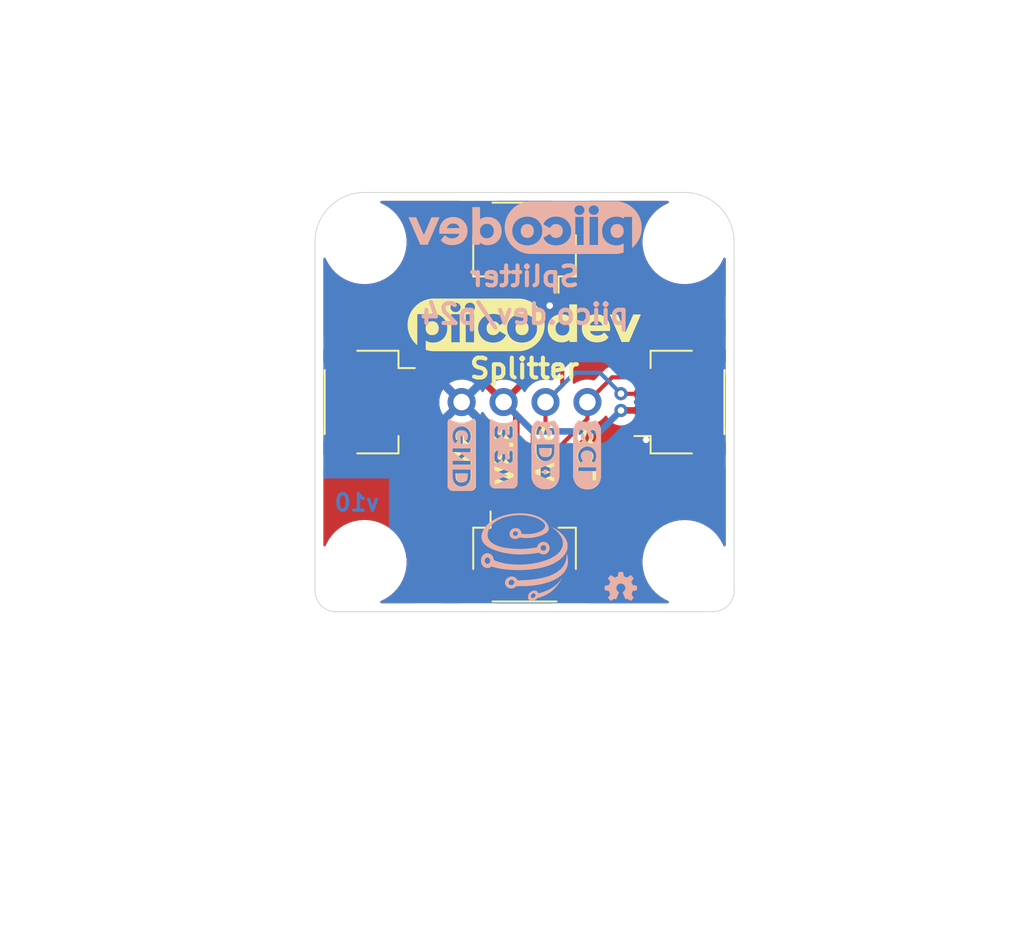
<source format=kicad_pcb>
(kicad_pcb (version 20211014) (generator pcbnew)
  (layers (0 "F.Cu" signal) (31 "B.Cu" signal) (34 "B.Paste" user) (35 "F.Paste" user) (36 "B.SilkS" user "B.Silkscreen") (37 "F.SilkS" user "F.Silkscreen") (38 "B.Mask" user) (39 "F.Mask" user) (44 "Edge.Cuts" user))
  (net 0 "")
  (net 1 "Net-(J1-Pad3)")
  (net 2 "Net-(J1-Pad4)")
  (net 3 "GND")
  (net 4 "+3V3")
  (footprint "Connector_JST:JST_SH_SM04B-SRSS-TB_1x04-1MP_P1.00mm_Horizontal" (layer "F.Cu") (at 106.7054 101.346 90)
    (fp_text reference "J2" hide)
    (fp_text value "PiicoDev" hide)
    (pad "1" smd roundrect locked (at -1.5 -2 90) (size 0.6 1.55) (layers "F.Cu" "F.Paste" "F.Mask") (net 3 "GND"))
    (pad "2" smd roundrect locked (at -0.5 -2 90) (size 0.6 1.55) (layers "F.Cu" "F.Paste" "F.Mask") (net 4 "+3V3"))
    (pad "3" smd roundrect locked (at 0.5 -2 90) (size 0.6 1.55) (layers "F.Cu" "F.Paste" "F.Mask") (net 1 "Net-(J1-Pad3)"))
    (pad "4" smd roundrect locked (at 1.5 -2 90) (size 0.6 1.55) (layers "F.Cu" "F.Paste" "F.Mask") (net 2 "Net-(J1-Pad4)"))
    (pad "MP" smd roundrect locked (at 2.8 1.875 90) (size 1.2 1.8) (layers "F.Cu" "F.Paste" "F.Mask") (roundrect_rratio 0.208333))
    (pad "MP" smd roundrect locked (at -2.8 1.875 90) (size 1.2 1.8) (layers "F.Cu" "F.Paste" "F.Mask") (roundrect_rratio 0.208333))
  )
  (footprint "CoreElectronics_Components:MountingHole_2.7mm_M2.5_PadClearance_1.2" (layer "F.Cu") (at 87.582 91.646)
    (fp_text reference "H1" hide)
    (fp_text value "MountingHole")
    (pad "" np_thru_hole circle locked (at 0 0) (size 2.7 2.7) (drill 2.7) (layers *.Cu *.Mask))
  )
  (footprint "Fiducial:Fiducial_1mm_Mask2mm" (layer "F.Cu") (at 91.44 112.776)
    (fp_text reference "FID1" hide)
    (fp_text value "Fiducial")
    (pad "" smd circle locked (at 0 0) (size 1 1) (layers "F.Cu" "F.Mask") (clearance 0.5))
  )
  (footprint "CoreElectronics_Components:MountingHole_2.7mm_M2.5_PadClearance_1.2" (layer "F.Cu") (at 106.982 91.646)
    (fp_text reference "H2" hide)
    (fp_text value "MountingHole")
    (pad "" np_thru_hole circle locked (at 0 0) (size 2.7 2.7) (drill 2.7) (layers *.Cu *.Mask))
  )
  (footprint "Fiducial:Fiducial_1mm_Mask2mm" (layer "F.Cu") (at 108.585 95.631)
    (fp_text reference "FID2" hide)
    (fp_text value "Fiducial")
    (pad "" smd circle locked (at 0 0) (size 1 1) (layers "F.Cu" "F.Mask") (clearance 0.5))
  )
  (footprint "CoreElectronics_Components:PiicoDev_header_4pin" (layer "F.Cu") (at 93.472 101.346 90)
    (fp_text reference "J5")
    (fp_text value "Breakout")
    (pad "1" thru_hole circle locked (at 0 0 90) (size 1.7 1.7) (drill 1) (layers *.Cu *.Mask) (net 3 "GND"))
    (pad "2" thru_hole oval locked (at 0 2.54 90) (size 1.7 1.7) (drill 1) (layers *.Cu *.Mask) (net 4 "+3V3"))
    (pad "3" thru_hole oval locked (at 0 5.08 90) (size 1.7 1.7) (drill 1) (layers *.Cu *.Mask) (net 1 "Net-(J1-Pad3)"))
    (pad "4" thru_hole oval locked (at 0 7.62 90) (size 1.7 1.7) (drill 1) (layers *.Cu *.Mask) (net 2 "Net-(J1-Pad4)"))
  )
  (footprint "Connector_JST:JST_SH_SM04B-SRSS-TB_1x04-1MP_P1.00mm_Horizontal" (layer "F.Cu") (at 87.8586 101.346 -90)
    (fp_text reference "J1" hide)
    (fp_text value "PiicoDev" hide)
    (pad "1" smd roundrect locked (at -1.5 -2 270) (size 0.6 1.55) (layers "F.Cu" "F.Paste" "F.Mask") (net 3 "GND"))
    (pad "2" smd roundrect locked (at -0.5 -2 270) (size 0.6 1.55) (layers "F.Cu" "F.Paste" "F.Mask") (net 4 "+3V3"))
    (pad "3" smd roundrect locked (at 0.5 -2 270) (size 0.6 1.55) (layers "F.Cu" "F.Paste" "F.Mask") (net 1 "Net-(J1-Pad3)"))
    (pad "4" smd roundrect locked (at 1.5 -2 270) (size 0.6 1.55) (layers "F.Cu" "F.Paste" "F.Mask") (net 2 "Net-(J1-Pad4)"))
    (pad "MP" smd roundrect locked (at 2.8 1.875 270) (size 1.2 1.8) (layers "F.Cu" "F.Paste" "F.Mask") (roundrect_rratio 0.208333))
    (pad "MP" smd roundrect locked (at -2.8 1.875 270) (size 1.2 1.8) (layers "F.Cu" "F.Paste" "F.Mask") (roundrect_rratio 0.208333))
  )
  (footprint "CoreElectronics_Artwork:piicodev_logo_14.2x3.4mm" (layer "F.Cu") (at 97.282 96.774)
    (fp_text reference "G1" hide)
    (fp_text value "LOGO_PiicoDev" hide)
  )
  (footprint "Connector_JST:JST_SH_SM04B-SRSS-TB_1x04-1MP_P1.00mm_Horizontal" (layer "F.Cu") (at 97.282 91.948 180)
    (fp_text reference "J4" hide)
    (fp_text value "PiicoDev" hide)
    (pad "1" smd roundrect locked (at -1.5 -2 180) (size 0.6 1.55) (layers "F.Cu" "F.Paste" "F.Mask") (net 3 "GND"))
    (pad "2" smd roundrect locked (at -0.5 -2 180) (size 0.6 1.55) (layers "F.Cu" "F.Paste" "F.Mask") (net 4 "+3V3"))
    (pad "3" smd roundrect locked (at 0.5 -2 180) (size 0.6 1.55) (layers "F.Cu" "F.Paste" "F.Mask") (net 1 "Net-(J1-Pad3)"))
    (pad "4" smd roundrect locked (at 1.5 -2 180) (size 0.6 1.55) (layers "F.Cu" "F.Paste" "F.Mask") (net 2 "Net-(J1-Pad4)"))
    (pad "MP" smd roundrect locked (at -2.8 1.875 180) (size 1.2 1.8) (layers "F.Cu" "F.Paste" "F.Mask") (roundrect_rratio 0.208333))
    (pad "MP" smd roundrect locked (at 2.8 1.875 180) (size 1.2 1.8) (layers "F.Cu" "F.Paste" "F.Mask") (roundrect_rratio 0.208333))
  )
  (footprint "CoreElectronics_Components:MountingHole_2.7mm_M2.5_PadClearance_1.2" (layer "F.Cu") (at 106.982 111.046)
    (fp_text reference "H4" hide)
    (fp_text value "MountingHole")
    (pad "" np_thru_hole circle locked (at 0 0) (size 2.7 2.7) (drill 2.7) (layers *.Cu *.Mask))
  )
  (footprint "Connector_JST:JST_SH_SM04B-SRSS-TB_1x04-1MP_P1.00mm_Horizontal" (layer "F.Cu") (at 97.282 110.744)
    (fp_text reference "J3" hide)
    (fp_text value "PiicoDev" hide)
    (pad "1" smd roundrect locked (at -1.5 -2) (size 0.6 1.55) (layers "F.Cu" "F.Paste" "F.Mask") (net 3 "GND"))
    (pad "2" smd roundrect locked (at -0.5 -2) (size 0.6 1.55) (layers "F.Cu" "F.Paste" "F.Mask") (net 4 "+3V3"))
    (pad "3" smd roundrect locked (at 0.5 -2) (size 0.6 1.55) (layers "F.Cu" "F.Paste" "F.Mask") (net 1 "Net-(J1-Pad3)"))
    (pad "4" smd roundrect locked (at 1.5 -2) (size 0.6 1.55) (layers "F.Cu" "F.Paste" "F.Mask") (net 2 "Net-(J1-Pad4)"))
    (pad "MP" smd roundrect locked (at 2.8 1.875) (size 1.2 1.8) (layers "F.Cu" "F.Paste" "F.Mask") (roundrect_rratio 0.208333))
    (pad "MP" smd roundrect locked (at -2.8 1.875) (size 1.2 1.8) (layers "F.Cu" "F.Paste" "F.Mask") (roundrect_rratio 0.208333))
  )
  (footprint "CoreElectronics_Components:MountingHole_2.7mm_M2.5_PadClearance_1.2" (layer "F.Cu") (at 87.582 111.046)
    (fp_text reference "H3" hide)
    (fp_text value "MountingHole")
    (pad "" np_thru_hole circle locked (at 0 0) (size 2.7 2.7) (drill 2.7) (layers *.Cu *.Mask))
  )
  (footprint "CoreElectronics_Artwork:piicodev_logo_14.2x3.4mm" (layer "B.Cu") (at 97.297953 90.8812 180)
    (fp_text reference "G3" hide)
    (fp_text value "LOGO_made-with-love" hide)
  )
  (footprint "CoreElectronics_Artwork:oshw" (layer "B.Cu") (at 103.124 112.522 180)
    (fp_text reference "LOGO1" hide)
    (fp_text value "Logo_Open_Hardware_Small" hide)
  )
  (footprint "CoreElectronics_Artwork:CoreElectronics_logo_5mm" (layer "B.Cu") (at 97.282 110.744 180)
    (fp_text reference "G2" hide)
    (fp_text value "LOGO_CoreElectronics_no-text" hide)
  )
  (gr_arc (start 109.982 112.776) (mid 109.610026 113.674026) (end 108.712 114.046) (layer "Edge.Cuts") (width 0.05))
  (gr_arc (start 85.852 114.046) (mid 84.953974 113.674026) (end 84.582 112.776) (layer "Edge.Cuts") (width 0.05))
  (gr_line (start 108.712 114.046) (end 85.852 114.046) (layer "Edge.Cuts") (width 0.05))
  (gr_line (start 109.982 91.646) (end 109.982 112.776) (layer "Edge.Cuts") (width 0.05))
  (gr_line (start 87.582 88.646) (end 106.982 88.646) (layer "Edge.Cuts") (width 0.05))
  (gr_line (start 84.582 112.776) (end 84.582 91.646) (layer "Edge.Cuts") (width 0.05))
  (gr_arc (start 106.982 88.646) (mid 109.10332 89.52468) (end 109.982 91.646) (layer "Edge.Cuts") (width 0.05))
  (gr_arc (start 84.582 91.646) (mid 85.46068 89.52468) (end 87.582 88.646) (layer "Edge.Cuts") (width 0.05))
  (gr_text "v10" (at 87.122 107.442) (layer "B.Cu") (effects (font (size 1 1) (thickness 0.2)) (justify mirror)))
  (gr_text "piico.dev/p24" (at 97.282 96.012) (layer "B.SilkS") (effects (font (size 1.2 1.2) (thickness 0.25)) (justify mirror)))
  (gr_text "Splitter" (at 97.282 93.726) (layer "B.SilkS") (effects (font (size 1.2 1.2) (thickness 0.25)) (justify mirror)))
  (gr_text "Splitter" (at 97.282 99.314) (layer "F.SilkS") (effects (font (size 1.2 1.2) (thickness 0.25))))
  (segment (start 98.552 102.616) (end 98.552 101.346) (width 0.25) (layer "F.Cu") (net 1))
  (segment (start 94.742 110.236) (end 97.536 110.236) (width 0.25) (layer "F.Cu") (net 1))
  (segment (start 91.432 101.846) (end 94.488 104.902) (width 0.25) (layer "F.Cu") (net 1))
  (segment (start 97.536 110.236) (end 97.782 109.99) (width 0.25) (layer "F.Cu") (net 1))
  (segment (start 103.132 100.846) (end 104.7054 100.846) (width 0.25) (layer "F.Cu") (net 1))
  (segment (start 98.552 101.346) (end 99.568 100.33) (width 0.25) (layer "F.Cu") (net 1))
  (segment (start 97.282 92.456) (end 96.782 92.956) (width 0.25) (layer "F.Cu") (net 1))
  (segment (start 99.568 100.33) (end 99.568 92.71) (width 0.25) (layer "F.Cu") (net 1))
  (segment (start 99.568 92.71) (end 99.314 92.456) (width 0.25) (layer "F.Cu") (net 1))
  (segment (start 97.782 103.386) (end 98.552 102.616) (width 0.25) (layer "F.Cu") (net 1))
  (segment (start 99.314 92.456) (end 97.282 92.456) (width 0.25) (layer "F.Cu") (net 1))
  (segment (start 94.488 104.902) (end 94.488 109.982) (width 0.25) (layer "F.Cu") (net 1))
  (segment (start 103.124 100.838) (end 103.132 100.846) (width 0.25) (layer "F.Cu") (net 1))
  (segment (start 96.782 92.956) (end 96.782 93.948) (width 0.25) (layer "F.Cu") (net 1))
  (segment (start 97.782 109.99) (end 97.782 108.744) (width 0.25) (layer "F.Cu") (net 1))
  (segment (start 94.488 109.982) (end 94.742 110.236) (width 0.25) (layer "F.Cu") (net 1))
  (segment (start 97.782 108.744) (end 97.782 103.386) (width 0.25) (layer "F.Cu") (net 1))
  (segment (start 89.8586 101.846) (end 91.432 101.846) (width 0.25) (layer "F.Cu") (net 1))
  (via (at 103.124 100.838) (size 0.8) (drill 0.4) (layers "F.Cu" "B.Cu") (net 1))
  (segment (start 103.124 100.838) (end 101.854 99.568) (width 0.25) (layer "B.Cu") (net 1))
  (segment (start 100.33 99.568) (end 98.552 101.346) (width 0.25) (layer "B.Cu") (net 1))
  (segment (start 101.854 99.568) (end 100.33 99.568) (width 0.25) (layer "B.Cu") (net 1))
  (segment (start 90.8913 102.846) (end 93.726 105.6807) (width 0.25) (layer "F.Cu") (net 2))
  (segment (start 95.782 92.94) (end 95.782 93.948) (width 0.25) (layer "F.Cu") (net 2))
  (segment (start 98.044 110.998) (end 98.782 110.26) (width 0.25) (layer "F.Cu") (net 2))
  (segment (start 98.782 104.672) (end 101.092 102.362) (width 0.25) (layer "F.Cu") (net 2))
  (segment (start 102.592 99.846) (end 104.7054 99.846) (width 0.25) (layer "F.Cu") (net 2))
  (segment (start 104.7054 99.846) (end 104.7054 96.5774) (width 0.25) (layer "F.Cu") (net 2))
  (segment (start 98.782 110.26) (end 98.782 108.744) (width 0.25) (layer "F.Cu") (net 2))
  (segment (start 89.8586 102.846) (end 90.8913 102.846) (width 0.25) (layer "F.Cu") (net 2))
  (segment (start 101.092 101.346) (end 102.592 99.846) (width 0.25) (layer "F.Cu") (net 2))
  (segment (start 94.488 110.998) (end 98.044 110.998) (width 0.25) (layer "F.Cu") (net 2))
  (segment (start 101.092 102.362) (end 101.092 101.346) (width 0.25) (layer "F.Cu") (net 2))
  (segment (start 100.076 91.948) (end 96.774 91.948) (width 0.25) (layer "F.Cu") (net 2))
  (segment (start 96.774 91.948) (end 95.782 92.94) (width 0.25) (layer "F.Cu") (net 2))
  (segment (start 104.7054 96.5774) (end 100.076 91.948) (width 0.25) (layer "F.Cu") (net 2))
  (segment (start 93.726 110.236) (end 94.488 110.998) (width 0.25) (layer "F.Cu") (net 2))
  (segment (start 98.782 108.744) (end 98.782 104.672) (width 0.25) (layer "F.Cu") (net 2))
  (segment (start 93.726 105.6807) (end 93.726 110.236) (width 0.25) (layer "F.Cu") (net 2))
  (segment (start 95.782 108.744) (end 95.782 103.656) (width 0.4) (layer "F.Cu") (net 3))
  (segment (start 91.972 99.846) (end 89.8586 99.846) (width 0.4) (layer "F.Cu") (net 3))
  (segment (start 98.782 93.948) (end 98.782 95.48) (width 0.4) (layer "F.Cu") (net 3))
  (segment (start 98.782 95.48) (end 98.806 95.504) (width 0.4) (layer "F.Cu") (net 3))
  (segment (start 95.782 103.656) (end 93.472 101.346) (width 0.4) (layer "F.Cu") (net 3))
  (segment (start 104.648 102.9034) (end 104.7054 102.846) (width 0.4) (layer "F.Cu") (net 3))
  (segment (start 93.472 101.346) (end 91.972 99.846) (width 0.4) (layer "F.Cu") (net 3))
  (segment (start 104.648 103.632) (end 104.648 102.9034) (width 0.4) (layer "F.Cu") (net 3))
  (via (at 98.806 95.504) (size 0.8) (drill 0.4) (layers "F.Cu" "B.Cu") (net 3))
  (via (at 104.648 103.632) (size 0.8) (drill 0.4) (layers "F.Cu" "B.Cu") (net 3))
  (segment (start 104.648 103.632) (end 104.14 104.14) (width 0.4) (layer "B.Cu") (net 3))
  (segment (start 96.266 104.14) (end 93.472 101.346) (width 0.4) (layer "B.Cu") (net 3))
  (segment (start 104.14 104.14) (end 96.266 104.14) (width 0.4) (layer "B.Cu") (net 3))
  (segment (start 88.392 100.33) (end 88.392 99.314) (width 0.4) (layer "F.Cu") (net 4))
  (segment (start 96.782 102.116) (end 96.012 101.346) (width 0.4) (layer "F.Cu") (net 4))
  (segment (start 89.8586 100.846) (end 88.908 100.846) (width 0.4) (layer "F.Cu") (net 4))
  (segment (start 97.782 99.576) (end 96.012 101.346) (width 0.4) (layer "F.Cu") (net 4))
  (segment (start 88.908 100.846) (end 88.392 100.33) (width 0.4) (layer "F.Cu") (net 4))
  (segment (start 97.782 93.948) (end 97.782 99.576) (width 0.4) (layer "F.Cu") (net 4))
  (segment (start 104.6974 101.854) (end 104.7054 101.846) (width 0.4) (layer "F.Cu") (net 4))
  (segment (start 88.392 99.314) (end 88.9 98.806) (width 0.4) (layer "F.Cu") (net 4))
  (segment (start 96.782 108.744) (end 96.782 102.116) (width 0.4) (layer "F.Cu") (net 4))
  (segment (start 93.472 98.806) (end 96.012 101.346) (width 0.4) (layer "F.Cu") (net 4))
  (segment (start 88.9 98.806) (end 93.472 98.806) (width 0.4) (layer "F.Cu") (net 4))
  (segment (start 103.124 101.854) (end 104.6974 101.854) (width 0.4) (layer "F.Cu") (net 4))
  (via (at 103.124 101.854) (size 0.8) (drill 0.4) (layers "F.Cu" "B.Cu") (net 4))
  (segment (start 101.854 103.124) (end 97.79 103.124) (width 0.4) (layer "B.Cu") (net 4))
  (segment (start 103.124 101.854) (end 101.854 103.124) (width 0.4) (layer "B.Cu") (net 4))
  (segment (start 97.79 103.124) (end 96.012 101.346) (width 0.4) (layer "B.Cu") (net 4))
  (zone (net 3) (net_name "GND") (layers F&B.Cu) (connect_pads (clearance 0.508)) (min_thickness 0.15) (fill yes (thermal_gap 0.508) (thermal_bridge_width 0.508) (island_removal_mode 2) (island_area_min 3))
    (polygon (pts (xy 108.204 88.9) (xy 108.966 89.408) (xy 109.601 90.17) (xy 109.982 91.313) (xy 109.982 92.075) (xy 109.982 93.472) (xy 109.982 96.146) (xy 109.982 111.1758) (xy 109.982 112.522) (xy 109.9185 113.03) (xy 109.601 113.538) (xy 109.093 113.919) (xy 108.585 114.046) (xy 107.0864 114.046) (xy 86.36 114.046) (xy 85.6615 113.9825) (xy 85.0265 113.6015) (xy 84.6455 112.9665) (xy 84.582 112.522) (xy 84.582 111.0488) (xy 84.582 91.7702) (xy 84.6582 90.9828) (xy 85.0138 90.1192) (xy 85.5218 89.4842) (xy 86.2076 89.0016) (xy 87.0204 88.6968) (xy 87.63 88.646) (xy 107.188 88.646)))
  )
)
</source>
